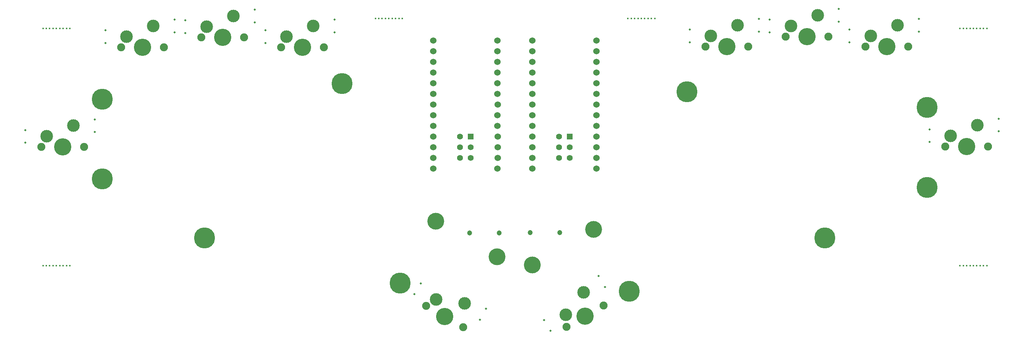
<source format=gbr>
%TF.GenerationSoftware,KiCad,Pcbnew,7.0.2*%
%TF.CreationDate,2023-10-11T00:11:02+09:00*%
%TF.ProjectId,_______,4b80adfc-dcfc-4c92-9e6b-696361645f70,rev?*%
%TF.SameCoordinates,Original*%
%TF.FileFunction,Soldermask,Top*%
%TF.FilePolarity,Negative*%
%FSLAX46Y46*%
G04 Gerber Fmt 4.6, Leading zero omitted, Abs format (unit mm)*
G04 Created by KiCad (PCBNEW 7.0.2) date 2023-10-11 00:11:02*
%MOMM*%
%LPD*%
G01*
G04 APERTURE LIST*
%ADD10C,5.000000*%
%ADD11C,4.000000*%
%ADD12C,0.450000*%
%ADD13C,1.524000*%
%ADD14C,1.200000*%
%ADD15R,1.397000X1.397000*%
%ADD16C,1.397000*%
%ADD17C,1.900000*%
%ADD18C,3.000000*%
%ADD19C,4.100000*%
%ADD20C,0.500000*%
G04 APERTURE END LIST*
D10*
%TO.C,*%
X232927657Y-125498846D03*
%TD*%
%TO.C,*%
X61225539Y-92514484D03*
%TD*%
%TO.C,*%
X85475539Y-125514484D03*
%TD*%
%TO.C,*%
X131975539Y-136264484D03*
%TD*%
%TO.C,*%
X118225539Y-88764484D03*
%TD*%
%TO.C,*%
X61225539Y-111514484D03*
%TD*%
D11*
%TO.C,*%
X154975539Y-130014484D03*
%TD*%
%TO.C,*%
X140475539Y-121514484D03*
%TD*%
%TO.C,*%
X177927657Y-123498845D03*
%TD*%
%TO.C,*%
X163427656Y-131998845D03*
%TD*%
D10*
%TO.C,*%
X257177656Y-94498845D03*
%TD*%
%TO.C,*%
X186427656Y-138248845D03*
%TD*%
%TO.C,*%
X257177656Y-113498845D03*
%TD*%
%TO.C,*%
X200177656Y-90748845D03*
%TD*%
D12*
%TO.C,REF\u002A\u002A*%
X47115000Y-132163000D03*
X47915000Y-132163000D03*
X48715000Y-132163000D03*
X49515000Y-132163000D03*
X50315000Y-132163000D03*
X51115000Y-132163000D03*
X51915000Y-132163000D03*
X52715000Y-132163000D03*
X53515000Y-132163000D03*
%TD*%
%TO.C,REF\u002A\u002A*%
X265016000Y-132160000D03*
X265816000Y-132160000D03*
X266616000Y-132160000D03*
X267416000Y-132160000D03*
X268216000Y-132160000D03*
X269016000Y-132160000D03*
X269816000Y-132160000D03*
X270616000Y-132160000D03*
X271416000Y-132160000D03*
%TD*%
%TO.C,REF\u002A\u002A*%
X265015000Y-75649000D03*
X265815000Y-75649000D03*
X266615000Y-75649000D03*
X267415000Y-75649000D03*
X268215000Y-75649000D03*
X269015000Y-75649000D03*
X269815000Y-75649000D03*
X270615000Y-75649000D03*
X271415000Y-75649000D03*
%TD*%
%TO.C,REF\u002A\u002A*%
X186110000Y-73299000D03*
X186910000Y-73299000D03*
X187710000Y-73299000D03*
X188510000Y-73299000D03*
X189310000Y-73299000D03*
X190110000Y-73299000D03*
X190910000Y-73299000D03*
X191710000Y-73299000D03*
X192510000Y-73299000D03*
%TD*%
%TO.C,REF\u002A\u002A*%
X126110000Y-73299000D03*
X126910000Y-73299000D03*
X127710000Y-73299000D03*
X128510000Y-73299000D03*
X129310000Y-73299000D03*
X130110000Y-73299000D03*
X130910000Y-73299000D03*
X131710000Y-73299000D03*
X132510000Y-73299000D03*
%TD*%
D13*
%TO.C,U2*%
X178646600Y-78536000D03*
X163406600Y-78536000D03*
X163406600Y-81076000D03*
X163406600Y-83616000D03*
X163406600Y-86156000D03*
X163406600Y-88696000D03*
X163406600Y-91236000D03*
X163396600Y-93776000D03*
X163406600Y-96316000D03*
X163396600Y-98856000D03*
X163396600Y-101396000D03*
X163396600Y-103936000D03*
X163396600Y-106476000D03*
X163406600Y-109016000D03*
X178646600Y-109016000D03*
X178656600Y-106476000D03*
X178656600Y-103936000D03*
X178656600Y-101396000D03*
X178646600Y-98856000D03*
X178646600Y-96316000D03*
X178656600Y-93776000D03*
X178646600Y-91236000D03*
X178646600Y-88696000D03*
X178646600Y-86156000D03*
X178646600Y-83616000D03*
X178646600Y-81076000D03*
%TD*%
%TO.C,U1*%
X155138000Y-78536000D03*
X139898000Y-78536000D03*
X139898000Y-81076000D03*
X139898000Y-83616000D03*
X139898000Y-86156000D03*
X139898000Y-88696000D03*
X139898000Y-91236000D03*
X139888000Y-93776000D03*
X139898000Y-96316000D03*
X139888000Y-98856000D03*
X139888000Y-101396000D03*
X139888000Y-103936000D03*
X139888000Y-106476000D03*
X139898000Y-109016000D03*
X155138000Y-109016000D03*
X155148000Y-106476000D03*
X155148000Y-103936000D03*
X155148000Y-101396000D03*
X155138000Y-98856000D03*
X155138000Y-96316000D03*
X155148000Y-93776000D03*
X155138000Y-91236000D03*
X155138000Y-88696000D03*
X155138000Y-86156000D03*
X155138000Y-83616000D03*
X155138000Y-81076000D03*
%TD*%
D12*
%TO.C,REF\u002A\u002A*%
X48715064Y-75649500D03*
X52715064Y-75649500D03*
X53515064Y-75649500D03*
X51915064Y-75649500D03*
X47115064Y-75649500D03*
X51115064Y-75649500D03*
X47915064Y-75649500D03*
X49515064Y-75649500D03*
X50315064Y-75649500D03*
%TD*%
D14*
%TO.C,J6*%
X162923000Y-124295000D03*
X169923000Y-124295000D03*
%TD*%
%TO.C,J5*%
X155490000Y-124308000D03*
X148490000Y-124308000D03*
%TD*%
D15*
%TO.C,J4*%
X172296600Y-101396000D03*
D16*
X169756600Y-101396000D03*
X172296600Y-103936000D03*
X169756600Y-103936000D03*
X172296600Y-106476000D03*
X169756600Y-106476000D03*
%TD*%
D17*
%TO.C,SW8*%
X223570000Y-77625000D03*
D18*
X224840000Y-75085000D03*
D19*
X228650000Y-77625000D03*
D18*
X231190000Y-72545000D03*
D17*
X233730000Y-77625000D03*
D20*
X219790000Y-73585000D03*
X219790000Y-76585000D03*
X236240000Y-71045000D03*
X236240000Y-74045000D03*
%TD*%
D17*
%TO.C,SW9*%
X242570000Y-80000000D03*
D18*
X243840000Y-77460000D03*
D19*
X247650000Y-80000000D03*
D18*
X250190000Y-74920000D03*
D17*
X252730000Y-80000000D03*
D20*
X238790000Y-75960000D03*
X238790000Y-78960000D03*
X255240000Y-73420000D03*
X255240000Y-76420000D03*
%TD*%
D15*
%TO.C,J2*%
X148788000Y-101396000D03*
D16*
X146248000Y-101396000D03*
X148788000Y-103936000D03*
X146248000Y-103936000D03*
X148788000Y-106476000D03*
X146248000Y-106476000D03*
%TD*%
D17*
%TO.C,SW2*%
X65733000Y-80146000D03*
D18*
X67003000Y-77606000D03*
D19*
X70813000Y-80146000D03*
D18*
X73353000Y-75066000D03*
D17*
X75893000Y-80146000D03*
D20*
X61953000Y-76106000D03*
X61953000Y-79106000D03*
X78403000Y-73566000D03*
X78403000Y-76566000D03*
%TD*%
D17*
%TO.C,SW3*%
X84733000Y-77771000D03*
D18*
X86003000Y-75231000D03*
D19*
X89813000Y-77771000D03*
D18*
X92353000Y-72691000D03*
D17*
X94893000Y-77771000D03*
D20*
X80953000Y-73731000D03*
X80953000Y-76731000D03*
X97403000Y-71191000D03*
X97403000Y-74191000D03*
%TD*%
D17*
%TO.C,SW7*%
X204570000Y-80000000D03*
D18*
X205840000Y-77460000D03*
D19*
X209650000Y-80000000D03*
D18*
X212190000Y-74920000D03*
D17*
X214730000Y-80000000D03*
D20*
X200790000Y-75960000D03*
X200790000Y-78960000D03*
X217240000Y-73420000D03*
X217240000Y-76420000D03*
%TD*%
D17*
%TO.C,SW1*%
X46733000Y-103896000D03*
D18*
X48003000Y-101356000D03*
D19*
X51813000Y-103896000D03*
D18*
X54353000Y-98816000D03*
D17*
X56893000Y-103896000D03*
D20*
X42953000Y-99856000D03*
X42953000Y-102856000D03*
X59403000Y-97316000D03*
X59403000Y-100316000D03*
%TD*%
D17*
%TO.C,SW5*%
X138163591Y-141731000D03*
D18*
X140533443Y-140166295D03*
D19*
X142563000Y-144271000D03*
D18*
X147302705Y-141141591D03*
D17*
X146962409Y-146811000D03*
D20*
X136910015Y-136342257D03*
X135410015Y-138940334D03*
X152426133Y-142367553D03*
X150926133Y-144965629D03*
%TD*%
D17*
%TO.C,SW6*%
X171500591Y-146665000D03*
D18*
X171330443Y-143830295D03*
D19*
X175900000Y-144125000D03*
D18*
X175559705Y-138455591D03*
D17*
X180299409Y-141585000D03*
D20*
X166207015Y-145056257D03*
X167707015Y-147654334D03*
X179183133Y-134631553D03*
X180683133Y-137229629D03*
%TD*%
D17*
%TO.C,SW10*%
X261570000Y-103750000D03*
D18*
X262840000Y-101210000D03*
D19*
X266650000Y-103750000D03*
D18*
X269190000Y-98670000D03*
D17*
X271730000Y-103750000D03*
D20*
X257790000Y-99710000D03*
X257790000Y-102710000D03*
X274240000Y-97170000D03*
X274240000Y-100170000D03*
%TD*%
D17*
%TO.C,SW4*%
X103733000Y-80146000D03*
D18*
X105003000Y-77606000D03*
D19*
X108813000Y-80146000D03*
D18*
X111353000Y-75066000D03*
D17*
X113893000Y-80146000D03*
D20*
X99953000Y-76106000D03*
X99953000Y-79106000D03*
X116403000Y-73566000D03*
X116403000Y-76566000D03*
%TD*%
M02*

</source>
